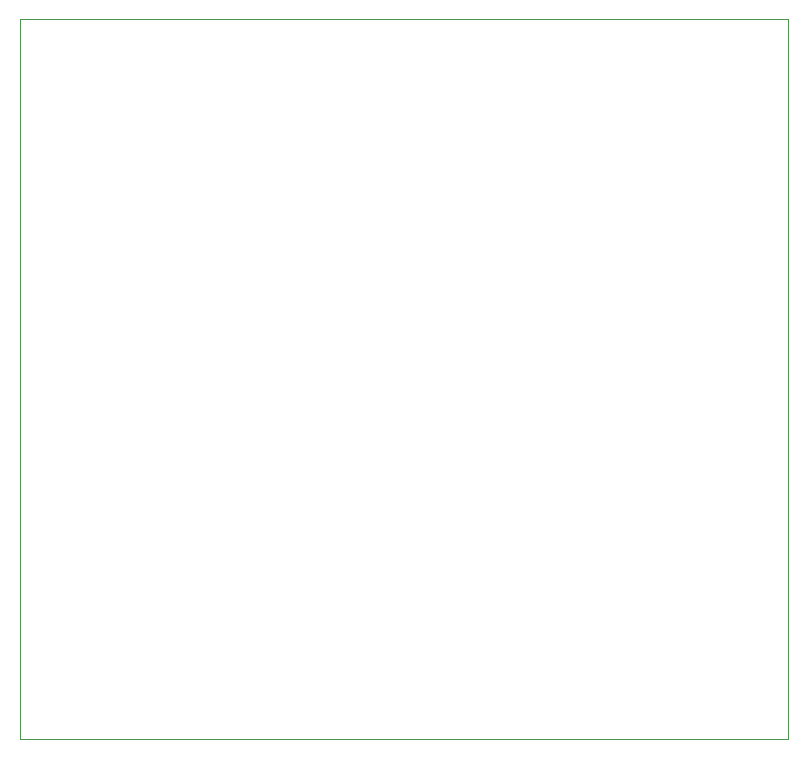
<source format=gbr>
%TF.GenerationSoftware,KiCad,Pcbnew,7.0.9*%
%TF.CreationDate,2025-08-10T16:09:39+02:00*%
%TF.ProjectId,Kicad_Projet_Sons_HW896_V1,4b696361-645f-4507-926f-6a65745f536f,rev?*%
%TF.SameCoordinates,Original*%
%TF.FileFunction,Profile,NP*%
%FSLAX46Y46*%
G04 Gerber Fmt 4.6, Leading zero omitted, Abs format (unit mm)*
G04 Created by KiCad (PCBNEW 7.0.9) date 2025-08-10 16:09:39*
%MOMM*%
%LPD*%
G01*
G04 APERTURE LIST*
%TA.AperFunction,Profile*%
%ADD10C,0.100000*%
%TD*%
G04 APERTURE END LIST*
D10*
X113000000Y-108000000D02*
X113000000Y-47000000D01*
X178000000Y-47000000D02*
X178000000Y-108000000D01*
X113000000Y-47000000D02*
X178000000Y-47000000D01*
X178000000Y-108000000D02*
X113000000Y-108000000D01*
M02*

</source>
